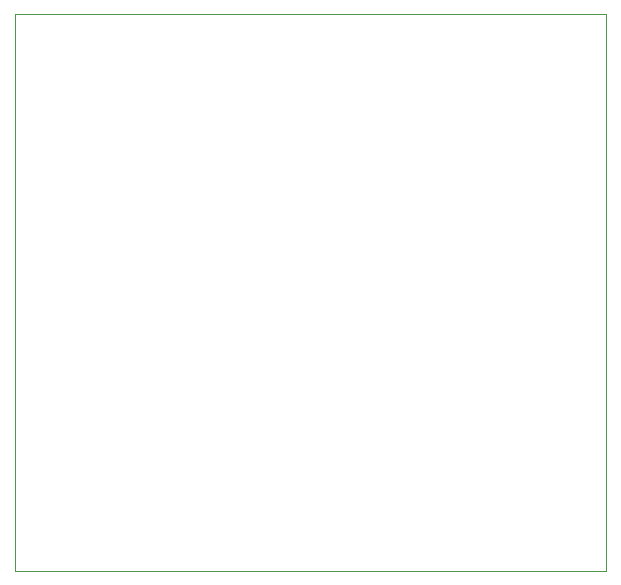
<source format=gm1>
G04 #@! TF.GenerationSoftware,KiCad,Pcbnew,7.0.1-0*
G04 #@! TF.CreationDate,2023-05-08T01:12:17+09:00*
G04 #@! TF.ProjectId,rp2040_jtag_debugger,72703230-3430-45f6-9a74-61675f646562,rev?*
G04 #@! TF.SameCoordinates,Original*
G04 #@! TF.FileFunction,Profile,NP*
%FSLAX46Y46*%
G04 Gerber Fmt 4.6, Leading zero omitted, Abs format (unit mm)*
G04 Created by KiCad (PCBNEW 7.0.1-0) date 2023-05-08 01:12:17*
%MOMM*%
%LPD*%
G01*
G04 APERTURE LIST*
G04 #@! TA.AperFunction,Profile*
%ADD10C,0.050000*%
G04 #@! TD*
G04 APERTURE END LIST*
D10*
X100000000Y-50000000D02*
X100000000Y-97150000D01*
X150000000Y-97150000D02*
X100000000Y-97150000D01*
X150000000Y-50000000D02*
X150000000Y-97150000D01*
X150000000Y-50000000D02*
X100000000Y-50000000D01*
M02*

</source>
